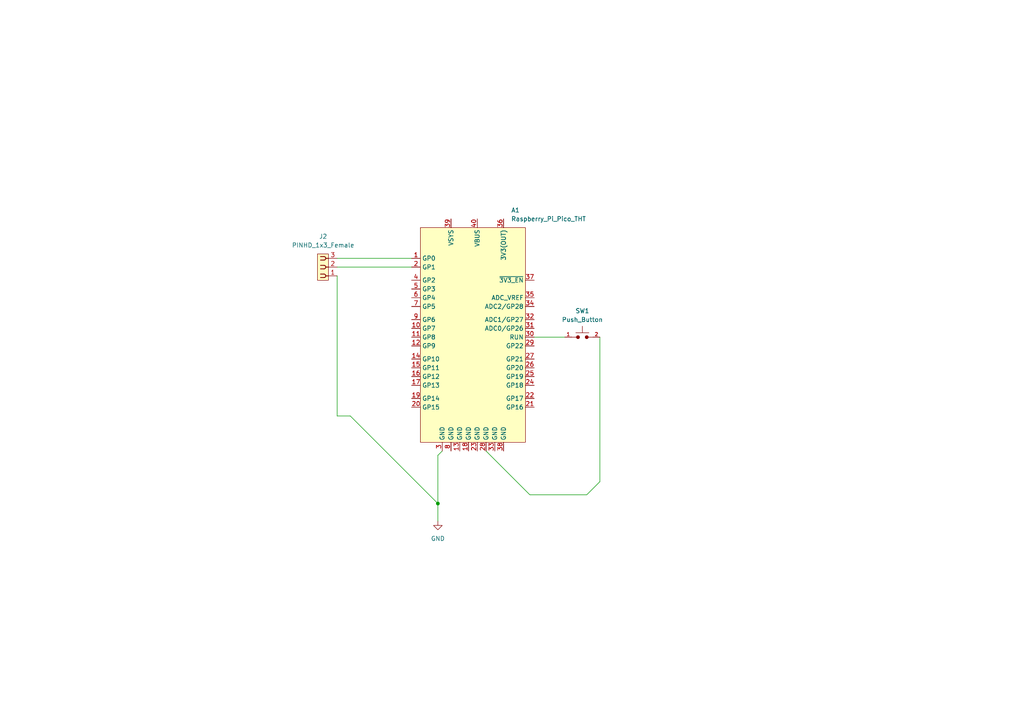
<source format=kicad_sch>
(kicad_sch (version 20230121) (generator eeschema)
  (paper "A4")
  (lib_symbols
    (symbol "PCM_4ms_Power-symbol:GND" (power) (pin_names (offset 0))
      (property "Value" "GND" (at 0 -3.81 0))
      (symbol "GND_0_1"
        (polyline (pts (xy 0 0) (xy 0 -1.27) (xy 1.27 -1.27) (xy 0 -2.54) (xy -1.27 -1.27) (xy 0 -1.27)))
      )
      (symbol "GND_1_1"
        (pin power_in line (at 0 0 270) (length 0) hide (name "GND") (number "1"))
      )
    )
    (symbol "PCM_SL_Development_Board:Raspberry_Pi_Pico_THT"
      (property "Reference" "A" (at 12.7 34.29 0))
      (property "Value" "Raspberry_Pi_Pico_THT" (at 21.59 31.75 0))
      (symbol "Raspberry_Pi_Pico_THT_0_1"
        (rectangle (start -15.24 29.21) (end 15.24 -33.02) (fill (type background)))
      )
      (symbol "Raspberry_Pi_Pico_THT_1_1"
        (pin bidirectional line (at -17.78 20.32 0) (length 2.54) (name "GP0") (number "1"))
        (pin bidirectional line (at -17.78 0 0) (length 2.54) (name "GP7") (number "10"))
        (pin bidirectional line (at -17.78 -2.54 0) (length 2.54) (name "GP8") (number "11"))
        (pin bidirectional line (at -17.78 -5.08 0) (length 2.54) (name "GP9") (number "12"))
        (pin power_in line (at -3.81 -35.56 90) (length 2.54) (name "GND") (number "13"))
        (pin bidirectional line (at -17.78 -8.89 0) (length 2.54) (name "GP10") (number "14"))
        (pin bidirectional line (at -17.78 -11.43 0) (length 2.54) (name "GP11") (number "15"))
        (pin bidirectional line (at -17.78 -13.97 0) (length 2.54) (name "GP12") (number "16"))
        (pin bidirectional line (at -17.78 -16.51 0) (length 2.54) (name "GP13") (number "17"))
        (pin power_in line (at -1.27 -35.56 90) (length 2.54) (name "GND") (number "18"))
        (pin bidirectional line (at -17.78 -20.32 0) (length 2.54) (name "GP14") (number "19"))
        (pin bidirectional line (at -17.78 17.78 0) (length 2.54) (name "GP1") (number "2"))
        (pin bidirectional line (at -17.78 -22.86 0) (length 2.54) (name "GP15") (number "20"))
        (pin bidirectional line (at 17.78 -22.86 180) (length 2.54) (name "GP16") (number "21"))
        (pin bidirectional line (at 17.78 -20.32 180) (length 2.54) (name "GP17") (number "22"))
        (pin power_in line (at 1.27 -35.56 90) (length 2.54) (name "GND") (number "23"))
        (pin bidirectional line (at 17.78 -16.51 180) (length 2.54) (name "GP18") (number "24"))
        (pin bidirectional line (at 17.78 -13.97 180) (length 2.54) (name "GP19") (number "25"))
        (pin bidirectional line (at 17.78 -11.43 180) (length 2.54) (name "GP20") (number "26"))
        (pin bidirectional line (at 17.78 -8.89 180) (length 2.54) (name "GP21") (number "27"))
        (pin power_in line (at 3.81 -35.56 90) (length 2.54) (name "GND") (number "28"))
        (pin bidirectional line (at 17.78 -5.08 180) (length 2.54) (name "GP22") (number "29"))
        (pin power_in line (at -8.89 -35.56 90) (length 2.54) (name "GND") (number "3"))
        (pin bidirectional line (at 17.78 -2.54 180) (length 2.54) (name "RUN") (number "30"))
        (pin bidirectional line (at 17.78 0 180) (length 2.54) (name "ADC0/GP26") (number "31"))
        (pin bidirectional line (at 17.78 2.54 180) (length 2.54) (name "ADC1/GP27") (number "32"))
        (pin power_in line (at 6.35 -35.56 90) (length 2.54) (name "GND") (number "33"))
        (pin bidirectional line (at 17.78 6.35 180) (length 2.54) (name "ADC2/GP28") (number "34"))
        (pin bidirectional line (at 17.78 8.89 180) (length 2.54) (name "ADC_VREF") (number "35"))
        (pin power_in line (at 8.89 31.75 270) (length 2.54) (name "3V3(OUT)") (number "36"))
        (pin bidirectional line (at 17.78 13.97 180) (length 2.54) (name "~{3V3_EN}") (number "37"))
        (pin power_in line (at 8.89 -35.56 90) (length 2.54) (name "GND") (number "38"))
        (pin power_in line (at -6.35 31.75 270) (length 2.54) (name "VSYS") (number "39"))
        (pin bidirectional line (at -17.78 13.97 0) (length 2.54) (name "GP2") (number "4"))
        (pin power_in line (at 1.27 31.75 270) (length 2.54) (name "VBUS") (number "40"))
        (pin bidirectional line (at -17.78 11.43 0) (length 2.54) (name "GP3") (number "5"))
        (pin bidirectional line (at -17.78 8.89 0) (length 2.54) (name "GP4") (number "6"))
        (pin bidirectional line (at -17.78 6.35 0) (length 2.54) (name "GP5") (number "7"))
        (pin power_in line (at -6.35 -35.56 90) (length 2.54) (name "GND") (number "8"))
        (pin bidirectional line (at -17.78 2.54 0) (length 2.54) (name "GP6") (number "9"))
      )
    )
    (symbol "PCM_SL_Devices:Push_Button"
      (property "Reference" "SW" (at 0 6.35 0))
      (property "Value" "Push_Button" (at 0 4.445 0))
      (symbol "Push_Button_0_1"
        (circle (center -1.27 0) (radius 0.4579) (fill (type outline)))
        (polyline (pts (xy -3.175 0) (xy -1.778 0)))
        (polyline (pts (xy -1.905 1.27) (xy 1.905 1.27)))
        (polyline (pts (xy 0 1.27) (xy 0 3.175)))
        (polyline (pts (xy 1.778 0) (xy 3.175 0)))
        (circle (center 1.27 0) (radius 0.4579) (fill (type outline)))
      )
      (symbol "Push_Button_1_1"
        (pin passive line (at -5.08 0 0) (length 2) (name "") (number "1"))
        (pin passive line (at 5.08 0 180) (length 2) (name "") (number "2"))
      )
    )
    (symbol "PCM_SL_Pin_Headers:PINHD_1x3_Female"
      (property "Reference" "J" (at 0 8.89 0))
      (property "Value" "PINHD_1x3_Female" (at 0 6.35 0))
      (symbol "PINHD_1x3_Female_0_1"
        (rectangle (start -1.27 3.81) (end 1.905 -3.81) (fill (type background)))
        (arc (start -0.508 -2.54) (mid -0.3592 -2.8992) (end 0 -3.048) (stroke (width 0.25)))
        (arc (start -0.508 0) (mid -0.3592 -0.3592) (end 0 -0.508) (stroke (width 0.25)))
        (arc (start -0.508 2.54) (mid -0.3592 2.1808) (end 0 2.032) (stroke (width 0.25)))
        (arc (start 0 -2.032) (mid -0.3592 -2.1808) (end -0.508 -2.54) (stroke (width 0.25)))
        (polyline (pts (xy -1.27 -2.54) (xy -0.508 -2.54)) (stroke (width 0.25)))
        (polyline (pts (xy -1.27 0) (xy -0.508 0)) (stroke (width 0.25)))
        (polyline (pts (xy -1.27 2.54) (xy -0.508 2.54)) (stroke (width 0.25)))
        (polyline (pts (xy 0 -3.048) (xy 1.016 -3.048)) (stroke (width 0.25)))
        (polyline (pts (xy 0 -2.032) (xy 1.016 -2.032)) (stroke (width 0.25)))
        (polyline (pts (xy 0 -0.508) (xy 1.016 -0.508)) (stroke (width 0.25)))
        (polyline (pts (xy 0 0.508) (xy 1.016 0.508)) (stroke (width 0.25)))
        (polyline (pts (xy 0 2.032) (xy 1.016 2.032)) (stroke (width 0.25)))
        (polyline (pts (xy 0 3.048) (xy 1.016 3.048)) (stroke (width 0.25)))
        (arc (start 0 0.508) (mid -0.3592 0.3592) (end -0.508 0) (stroke (width 0.25)))
        (arc (start 0 3.048) (mid -0.3592 2.8992) (end -0.508 2.54) (stroke (width 0.25)))
      )
      (symbol "PINHD_1x3_Female_1_1"
        (pin passive line (at -3.81 2.54 0) (length 2.54) (name "") (number "1"))
        (pin passive line (at -3.81 0 0) (length 2.54) (name "") (number "2"))
        (pin passive line (at -3.81 -2.54 0) (length 2.54) (name "") (number "3"))
      )
    )
  )
  (junction (at 127 146.05))
  (wire (pts (xy 97.79 80.01) (xy 97.79 120.65)))
  (wire (pts (xy 97.79 120.65) (xy 101.6 120.65)))
  (wire (pts (xy 127 132.08) (xy 128.27 130.81)))
  (wire (pts (xy 97.79 77.47) (xy 119.38 77.47)))
  (wire (pts (xy 127 132.08) (xy 127 146.05)))
  (wire (pts (xy 97.79 74.93) (xy 119.38 74.93)))
  (wire (pts (xy 170.18 143.51) (xy 153.67 143.51)))
  (wire (pts (xy 173.99 139.7) (xy 170.18 143.51)))
  (wire (pts (xy 101.6 120.65) (xy 127 146.05)))
  (wire (pts (xy 153.67 143.51) (xy 140.97 130.81)))
  (wire (pts (xy 173.99 97.79) (xy 173.99 139.7)))
  (wire (pts (xy 154.94 97.79) (xy 163.83 97.79)))
  (wire (pts (xy 127 146.05) (xy 127 151.13)))
  (symbol (lib_id "PCM_4ms_Power-symbol:GND") (at 127 151.13 0) (unit 1)
    (property "Reference" "#PWR01" (effects hide))
    (property "Value" "GND" (at 127 156.21 0))
  )
  (symbol (lib_id "PCM_SL_Devices:Push_Button") (at 168.91 97.79 0) (unit 1)
    (property "Reference" "SW1" (at 168.91 90.17 0))
    (property "Value" "Push_Button" (at 168.91 92.71 0))
    (property "Footprint" "Button_Switch_SMD:SW_SPST_B3U-3100P" (effects hide))
  )
  (symbol (lib_id "PCM_SL_Development_Board:Raspberry_Pi_Pico_THT") (at 137.16 95.25 0) (unit 1)
    (property "Reference" "A1" (at 148.2441 60.96 0) (effects (justify left)))
    (property "Value" "Raspberry_Pi_Pico_THT" (at 148.2441 63.5 0) (effects (justify left)))
    (property "Footprint" "PCM_SL_Development_Boards:raspberry_pi_pico_THT" (effects hide))
  )
  (symbol (lib_id "PCM_SL_Pin_Headers:PINHD_1x3_Female") (at 93.98 77.47 180) (unit 1)
    (property "Reference" "J2" (at 93.725 68.58 0))
    (property "Value" "PINHD_1x3_Female" (at 93.725 71.12 0))
    (property "Footprint" "Connector_PinSocket_2.54mm:PinSocket_1x03_P2.54mm_Vertical" (effects hide))
  )
)
</source>
